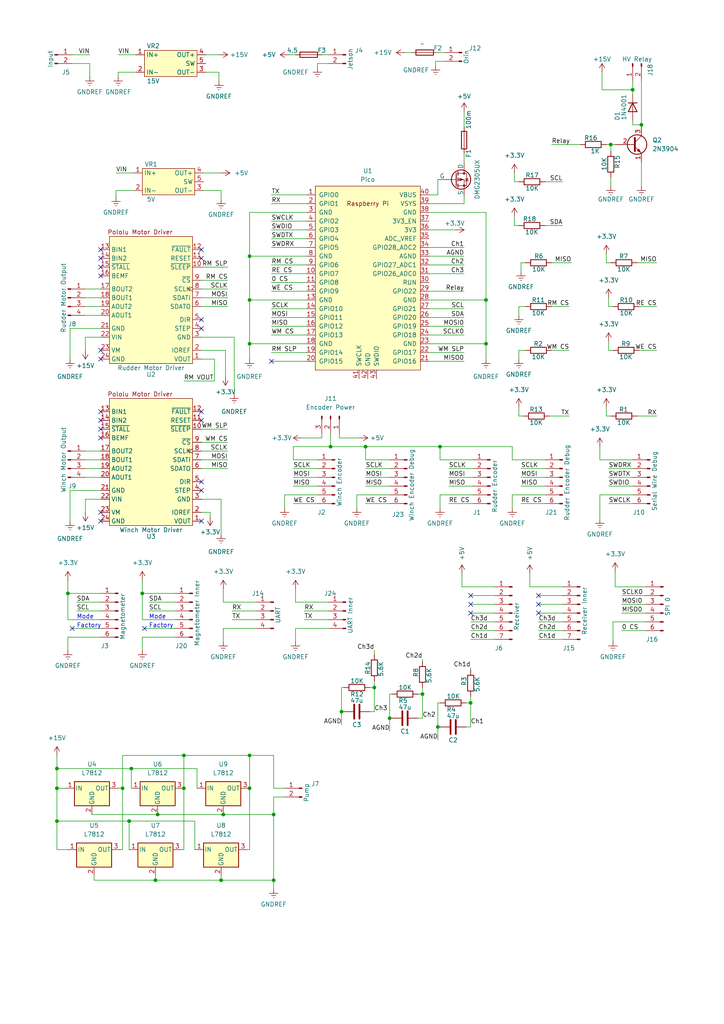
<source format=kicad_sch>
(kicad_sch (version 20230121) (generator eeschema)
  (paper "A4" portrait)
  (title_block (title "Squircuit") (date "2024-09-01") (rev "v0.1") (company "SailBot # VT") (comment 1 "Elias Sharonov, Chris Nassif, Heesang Han"))
  (junction (at 72.39 74.295))
  (junction (at 79.375 255.27))
  (junction (at 177.165 41.91))
  (junction (at 136.525 203.835))
  (junction (at 45.72 236.22))
  (junction (at 72.39 228.6))
  (junction (at 140.97 86.995))
  (junction (at 19.685 172.085))
  (junction (at 95.885 129.54))
  (junction (at 45.085 255.27))
  (junction (at 72.39 99.695))
  (junction (at 106.045 129.54))
  (junction (at 79.375 236.22))
  (junction (at 72.39 86.995))
  (junction (at 140.97 99.695))
  (junction (at 72.39 219.075))
  (junction (at 16.51 222.885))
  (junction (at 64.135 255.27))
  (junction (at 127.635 129.54))
  (junction (at 64.77 236.22))
  (junction (at 183.515 26.035))
  (junction (at 35.56 228.6))
  (junction (at 108.585 199.39))
  (junction (at 113.03 208.28))
  (junction (at 122.555 201.295))
  (junction (at 41.275 172.085))
  (junction (at 16.51 228.6))
  (junction (at 37.465 238.125))
  (junction (at 186.055 36.195))
  (junction (at 53.34 219.075))
  (junction (at 38.1 222.885))
  (junction (at 99.06 206.375))
  (junction (at 16.51 238.125))
  (junction (at 127 210.82))
  (junction (at 53.34 228.6))
  (no_connect (at 58.42 74.93))
  (no_connect (at 29.21 148.59))
  (no_connect (at 58.42 139.7))
  (no_connect (at 58.42 119.38))
  (no_connect (at 136.525 172.72))
  (no_connect (at 29.21 151.13))
  (no_connect (at 58.42 121.92))
  (no_connect (at 29.21 121.92))
  (no_connect (at 29.21 72.39))
  (no_connect (at 58.42 92.71))
  (no_connect (at 29.21 127))
  (no_connect (at 58.42 95.25))
  (no_connect (at 136.525 175.26))
  (no_connect (at 136.525 177.8))
  (no_connect (at 29.21 119.38))
  (no_connect (at 156.21 172.72))
  (no_connect (at 156.21 177.8))
  (no_connect (at 29.21 101.6))
  (no_connect (at 156.21 175.26))
  (no_connect (at 29.21 124.46))
  (no_connect (at 20.955 182.245))
  (no_connect (at 29.21 104.14))
  (no_connect (at 29.21 74.93))
  (no_connect (at 29.21 77.47))
  (no_connect (at 58.42 151.13))
  (no_connect (at 41.91 182.245))
  (no_connect (at 78.74 104.775))
  (no_connect (at 58.42 142.24))
  (no_connect (at 29.21 80.01))
  (no_connect (at 58.42 72.39))
  (wire (pts (xy 156.21 180.34) (xy 163.195 180.34)))
  (wire (pts (xy 64.135 144.78) (xy 64.135 154.94)))
  (wire (pts (xy 127 203.835) (xy 127 210.82)))
  (wire (pts (xy 19.685 184.785) (xy 29.21 184.785)))
  (wire (pts (xy 35.56 228.6) (xy 35.56 219.075)))
  (wire (pts (xy 78.74 94.615) (xy 88.9 94.615)))
  (wire (pts (xy 95.885 129.54) (xy 106.045 129.54)))
  (wire (pts (xy 64.77 236.22) (xy 79.375 236.22)))
  (wire (pts (xy 78.74 89.535) (xy 88.9 89.535)))
  (wire (pts (xy 174.625 26.035) (xy 174.625 20.955)))
  (wire (pts (xy 180.34 182.88) (xy 187.325 182.88)))
  (wire (pts (xy 99.06 210.185) (xy 99.06 206.375)))
  (wire (pts (xy 150.495 118.11) (xy 150.495 120.65)))
  (wire (pts (xy 130.175 146.05) (xy 137.16 146.05)))
  (wire (pts (xy 108.585 199.39) (xy 108.585 206.375)))
  (wire (pts (xy 58.42 81.28) (xy 66.04 81.28)))
  (wire (pts (xy 88.9 61.595) (xy 72.39 61.595)))
  (wire (pts (xy 127.635 129.54) (xy 127.635 133.35)))
  (wire (pts (xy 106.045 135.89) (xy 113.03 135.89)))
  (wire (pts (xy 24.765 130.81) (xy 29.21 130.81)))
  (wire (pts (xy 176.53 99.06) (xy 176.53 101.6)))
  (wire (pts (xy 34.29 20.955) (xy 39.37 20.955)))
  (wire (pts (xy 72.39 219.075) (xy 79.375 219.075)))
  (wire (pts (xy 60.96 149.86) (xy 60.96 148.59)))
  (wire (pts (xy 176.53 138.43) (xy 183.515 138.43)))
  (wire (pts (xy 95.25 15.875) (xy 93.345 15.875)))
  (wire (pts (xy 150.495 104.14) (xy 150.495 101.6)))
  (wire (pts (xy 35.56 246.38) (xy 34.925 246.38)))
  (wire (pts (xy 38.735 50.165) (xy 33.655 50.165)))
  (wire (pts (xy 62.23 110.49) (xy 53.34 110.49)))
  (wire (pts (xy 72.39 99.695) (xy 72.39 86.995)))
  (wire (pts (xy 136.525 175.26) (xy 143.51 175.26)))
  (wire (pts (xy 153.67 170.18) (xy 163.195 170.18)))
  (wire (pts (xy 41.275 179.705) (xy 50.8 179.705)))
  (wire (pts (xy 22.225 174.625) (xy 29.21 174.625)))
  (wire (pts (xy 43.18 174.625) (xy 50.8 174.625)))
  (wire (pts (xy 57.15 222.885) (xy 57.15 228.6)))
  (wire (pts (xy 66.04 88.9) (xy 58.42 88.9)))
  (wire (pts (xy 72.39 99.695) (xy 72.39 104.14)))
  (wire (pts (xy 124.46 74.295) (xy 134.62 74.295)))
  (wire (pts (xy 156.21 172.72) (xy 163.195 172.72)))
  (wire (pts (xy 103.505 147.32) (xy 103.505 143.51)))
  (wire (pts (xy 160.02 76.2) (xy 165.735 76.2)))
  (wire (pts (xy 64.135 55.245) (xy 59.055 55.245)))
  (wire (pts (xy 85.09 129.54) (xy 85.09 133.35)))
  (wire (pts (xy 106.045 138.43) (xy 113.03 138.43)))
  (wire (pts (xy 26.035 15.875) (xy 20.955 15.875)))
  (wire (pts (xy 124.46 104.775) (xy 134.62 104.775)))
  (wire (pts (xy 67.945 97.79) (xy 58.42 97.79)))
  (wire (pts (xy 64.77 186.055) (xy 64.77 182.245)))
  (wire (pts (xy 45.085 255.27) (xy 64.135 255.27)))
  (wire (pts (xy 24.765 86.36) (xy 29.21 86.36)))
  (wire (pts (xy 41.275 188.595) (xy 41.275 184.785)))
  (wire (pts (xy 124.46 79.375) (xy 134.62 79.375)))
  (wire (pts (xy 177.8 180.34) (xy 187.325 180.34)))
  (wire (pts (xy 33.655 55.245) (xy 38.735 55.245)))
  (wire (pts (xy 150.495 101.6) (xy 152.4 101.6)))
  (wire (pts (xy 53.34 219.075) (xy 53.34 228.6)))
  (wire (pts (xy 82.55 231.14) (xy 79.375 231.14)))
  (wire (pts (xy 149.225 65.405) (xy 150.495 65.405)))
  (wire (pts (xy 151.13 76.2) (xy 152.4 76.2)))
  (wire (pts (xy 124.46 71.755) (xy 134.62 71.755)))
  (wire (pts (xy 98.425 127) (xy 104.14 127)))
  (wire (pts (xy 78.74 66.675) (xy 88.9 66.675)))
  (wire (pts (xy 99.06 199.39) (xy 99.06 206.375)))
  (wire (pts (xy 37.465 238.125) (xy 56.515 238.125)))
  (wire (pts (xy 134.62 59.055) (xy 124.46 59.055)))
  (wire (pts (xy 136.525 182.88) (xy 143.51 182.88)))
  (wire (pts (xy 16.51 246.38) (xy 19.685 246.38)))
  (wire (pts (xy 24.765 138.43) (xy 29.21 138.43)))
  (wire (pts (xy 175.895 118.11) (xy 175.895 120.65)))
  (wire (pts (xy 98.425 125.73) (xy 98.425 127)))
  (wire (pts (xy 16.51 219.075) (xy 16.51 222.885)))
  (wire (pts (xy 183.515 36.195) (xy 183.515 34.925)))
  (wire (pts (xy 134.62 32.385) (xy 134.62 36.83)))
  (wire (pts (xy 24.765 135.89) (xy 29.21 135.89)))
  (wire (pts (xy 66.04 130.81) (xy 58.42 130.81)))
  (wire (pts (xy 151.13 138.43) (xy 158.115 138.43)))
  (wire (pts (xy 130.175 140.97) (xy 137.16 140.97)))
  (wire (pts (xy 140.97 86.995) (xy 140.97 99.695)))
  (wire (pts (xy 106.045 129.54) (xy 106.045 133.35)))
  (wire (pts (xy 127 210.82) (xy 127.635 210.82)))
  (wire (pts (xy 134.62 44.45) (xy 134.62 46.99)))
  (wire (pts (xy 66.04 135.89) (xy 58.42 135.89)))
  (wire (pts (xy 79.375 231.14) (xy 79.375 236.22)))
  (wire (pts (xy 124.46 97.155) (xy 134.62 97.155)))
  (wire (pts (xy 72.39 228.6) (xy 72.39 219.075)))
  (wire (pts (xy 78.74 81.915) (xy 88.9 81.915)))
  (wire (pts (xy 79.375 236.22) (xy 79.375 255.27)))
  (wire (pts (xy 149.225 52.705) (xy 150.495 52.705)))
  (wire (pts (xy 41.275 168.275) (xy 41.275 172.085)))
  (wire (pts (xy 85.725 174.625) (xy 95.25 174.625)))
  (wire (pts (xy 127.635 143.51) (xy 137.16 143.51)))
  (wire (pts (xy 78.74 84.455) (xy 88.9 84.455)))
  (wire (pts (xy 136.525 210.82) (xy 135.255 210.82)))
  (wire (pts (xy 85.09 146.05) (xy 92.075 146.05)))
  (wire (pts (xy 148.59 129.54) (xy 148.59 133.35)))
  (wire (pts (xy 16.51 228.6) (xy 16.51 238.125)))
  (wire (pts (xy 177.165 41.91) (xy 177.165 43.815)))
  (wire (pts (xy 34.29 22.225) (xy 34.29 20.955)))
  (wire (pts (xy 85.09 129.54) (xy 95.885 129.54)))
  (wire (pts (xy 122.555 208.28) (xy 121.285 208.28)))
  (wire (pts (xy 178.435 165.735) (xy 178.435 170.18)))
  (wire (pts (xy 78.74 79.375) (xy 88.9 79.375)))
  (wire (pts (xy 124.46 66.675) (xy 132.08 66.675)))
  (wire (pts (xy 64.135 254) (xy 64.135 255.27)))
  (wire (pts (xy 65.405 101.6) (xy 65.405 109.22)))
  (wire (pts (xy 124.46 99.695) (xy 140.97 99.695)))
  (wire (pts (xy 24.765 97.79) (xy 29.21 97.79)))
  (wire (pts (xy 79.375 228.6) (xy 82.55 228.6)))
  (wire (pts (xy 24.765 88.9) (xy 29.21 88.9)))
  (wire (pts (xy 99.06 206.375) (xy 99.695 206.375)))
  (wire (pts (xy 16.51 238.125) (xy 16.51 246.38)))
  (wire (pts (xy 92.075 18.415) (xy 95.25 18.415)))
  (wire (pts (xy 122.555 201.295) (xy 122.555 208.28)))
  (wire (pts (xy 175.895 120.65) (xy 177.165 120.65)))
  (wire (pts (xy 60.96 148.59) (xy 58.42 148.59)))
  (wire (pts (xy 24.765 101.6) (xy 24.765 97.79)))
  (wire (pts (xy 88.9 74.295) (xy 72.39 74.295)))
  (wire (pts (xy 58.42 77.47) (xy 66.04 77.47)))
  (wire (pts (xy 78.74 69.215) (xy 88.9 69.215)))
  (wire (pts (xy 56.515 238.125) (xy 56.515 246.38)))
  (wire (pts (xy 72.39 74.295) (xy 72.39 61.595)))
  (wire (pts (xy 88.265 177.165) (xy 95.25 177.165)))
  (wire (pts (xy 66.04 83.82) (xy 58.42 83.82)))
  (wire (pts (xy 190.5 101.6) (xy 185.42 101.6)))
  (wire (pts (xy 24.765 133.35) (xy 29.21 133.35)))
  (wire (pts (xy 127.635 147.32) (xy 127.635 143.51)))
  (wire (pts (xy 108.585 206.375) (xy 107.315 206.375)))
  (wire (pts (xy 126.365 19.05) (xy 126.365 17.78)))
  (wire (pts (xy 173.99 133.35) (xy 183.515 133.35)))
  (wire (pts (xy 150.495 88.9) (xy 152.4 88.9)))
  (wire (pts (xy 165.1 88.9) (xy 160.02 88.9)))
  (wire (pts (xy 27.305 254) (xy 27.305 255.27)))
  (wire (pts (xy 53.34 228.6) (xy 53.34 246.38)))
  (wire (pts (xy 184.785 76.2) (xy 190.5 76.2)))
  (wire (pts (xy 106.045 140.97) (xy 113.03 140.97)))
  (wire (pts (xy 108.585 197.485) (xy 108.585 199.39)))
  (wire (pts (xy 156.21 185.42) (xy 163.195 185.42)))
  (wire (pts (xy 19.685 188.595) (xy 19.685 184.785)))
  (wire (pts (xy 151.13 78.74) (xy 151.13 76.2)))
  (wire (pts (xy 19.685 168.275) (xy 19.685 172.085)))
  (wire (pts (xy 78.74 102.235) (xy 88.9 102.235)))
  (wire (pts (xy 186.055 23.495) (xy 186.055 36.195)))
  (wire (pts (xy 173.99 143.51) (xy 183.515 143.51)))
  (wire (pts (xy 64.135 50.165) (xy 59.055 50.165)))
  (wire (pts (xy 22.225 177.165) (xy 29.21 177.165)))
  (wire (pts (xy 63.5 15.875) (xy 59.69 15.875)))
  (wire (pts (xy 130.175 135.89) (xy 137.16 135.89)))
  (wire (pts (xy 148.59 133.35) (xy 158.115 133.35)))
  (wire (pts (xy 127 203.835) (xy 127.635 203.835)))
  (wire (pts (xy 113.03 201.295) (xy 113.03 208.28)))
  (wire (pts (xy 24.765 144.78) (xy 29.21 144.78)))
  (wire (pts (xy 78.74 71.755) (xy 88.9 71.755)))
  (wire (pts (xy 184.785 120.65) (xy 190.5 120.65)))
  (wire (pts (xy 20.32 95.25) (xy 29.21 95.25)))
  (wire (pts (xy 124.46 61.595) (xy 140.97 61.595)))
  (wire (pts (xy 27.305 255.27) (xy 45.085 255.27)))
  (wire (pts (xy 103.505 143.51) (xy 113.03 143.51)))
  (wire (pts (xy 178.435 170.18) (xy 187.325 170.18)))
  (wire (pts (xy 24.765 83.82) (xy 29.21 83.82)))
  (wire (pts (xy 153.67 166.37) (xy 153.67 170.18)))
  (wire (pts (xy 113.03 201.295) (xy 113.665 201.295)))
  (wire (pts (xy 160.02 41.91) (xy 168.275 41.91)))
  (wire (pts (xy 58.42 128.27) (xy 66.04 128.27)))
  (wire (pts (xy 113.03 208.28) (xy 113.665 208.28)))
  (wire (pts (xy 95.885 125.73) (xy 95.885 129.54)))
  (wire (pts (xy 159.385 120.65) (xy 165.1 120.65)))
  (wire (pts (xy 136.525 177.8) (xy 143.51 177.8)))
  (wire (pts (xy 63.5 20.955) (xy 59.69 20.955)))
  (wire (pts (xy 151.13 135.89) (xy 158.115 135.89)))
  (wire (pts (xy 79.375 219.075) (xy 79.375 228.6)))
  (wire (pts (xy 19.685 179.705) (xy 19.685 172.085)))
  (wire (pts (xy 62.23 110.49) (xy 62.23 104.14)))
  (wire (pts (xy 177.165 41.91) (xy 175.895 41.91)))
  (wire (pts (xy 72.39 246.38) (xy 71.755 246.38)))
  (wire (pts (xy 180.34 175.26) (xy 187.325 175.26)))
  (wire (pts (xy 122.555 191.77) (xy 122.555 191.135)))
  (wire (pts (xy 127.635 129.54) (xy 148.59 129.54)))
  (wire (pts (xy 128.905 15.24) (xy 127 15.24)))
  (wire (pts (xy 58.42 124.46) (xy 66.04 124.46)))
  (wire (pts (xy 175.895 73.66) (xy 175.895 76.2)))
  (wire (pts (xy 149.225 62.865) (xy 149.225 65.405)))
  (wire (pts (xy 16.51 228.6) (xy 19.05 228.6)))
  (wire (pts (xy 183.515 27.305) (xy 183.515 26.035)))
  (wire (pts (xy 85.09 138.43) (xy 92.075 138.43)))
  (wire (pts (xy 133.985 170.18) (xy 143.51 170.18)))
  (wire (pts (xy 151.13 146.05) (xy 158.115 146.05)))
  (wire (pts (xy 177.8 186.055) (xy 177.8 180.34)))
  (wire (pts (xy 93.345 127) (xy 87.63 127)))
  (wire (pts (xy 24.765 148.59) (xy 24.765 144.78)))
  (wire (pts (xy 107.315 199.39) (xy 108.585 199.39)))
  (wire (pts (xy 58.42 144.78) (xy 64.135 144.78)))
  (wire (pts (xy 176.53 135.89) (xy 183.515 135.89)))
  (wire (pts (xy 148.59 143.51) (xy 158.115 143.51)))
  (wire (pts (xy 124.46 84.455) (xy 134.62 84.455)))
  (wire (pts (xy 150.495 91.44) (xy 150.495 88.9)))
  (wire (pts (xy 34.29 15.875) (xy 39.37 15.875)))
  (wire (pts (xy 148.59 147.32) (xy 148.59 143.51)))
  (wire (pts (xy 165.1 101.6) (xy 160.02 101.6)))
  (wire (pts (xy 135.255 203.835) (xy 136.525 203.835)))
  (wire (pts (xy 66.04 86.36) (xy 58.42 86.36)))
  (wire (pts (xy 45.72 236.22) (xy 64.77 236.22)))
  (wire (pts (xy 37.465 238.125) (xy 37.465 246.38)))
  (wire (pts (xy 177.165 41.91) (xy 178.435 41.91)))
  (wire (pts (xy 85.09 140.97) (xy 92.075 140.97)))
  (wire (pts (xy 16.51 238.125) (xy 37.465 238.125)))
  (wire (pts (xy 136.525 203.835) (xy 136.525 210.82)))
  (wire (pts (xy 38.1 228.6) (xy 38.1 222.885)))
  (wire (pts (xy 82.55 143.51) (xy 92.075 143.51)))
  (wire (pts (xy 26.035 22.225) (xy 26.035 18.415)))
  (wire (pts (xy 78.74 92.075) (xy 88.9 92.075)))
  (wire (pts (xy 78.74 76.835) (xy 88.9 76.835)))
  (wire (pts (xy 53.34 246.38) (xy 52.705 246.38)))
  (wire (pts (xy 151.13 140.97) (xy 158.115 140.97)))
  (wire (pts (xy 127 52.07) (xy 127 56.515)))
  (wire (pts (xy 72.39 86.995) (xy 72.39 74.295)))
  (wire (pts (xy 156.21 177.8) (xy 163.195 177.8)))
  (wire (pts (xy 126.365 17.78) (xy 128.905 17.78)))
  (wire (pts (xy 19.685 179.705) (xy 29.21 179.705)))
  (wire (pts (xy 66.04 133.35) (xy 58.42 133.35)))
  (wire (pts (xy 65.405 101.6) (xy 58.42 101.6)))
  (wire (pts (xy 20.32 95.25) (xy 20.32 104.14)))
  (wire (pts (xy 67.945 97.79) (xy 67.945 114.3)))
  (wire (pts (xy 190.5 88.9) (xy 185.42 88.9)))
  (wire (pts (xy 20.32 142.24) (xy 29.21 142.24)))
  (wire (pts (xy 134.62 94.615) (xy 124.46 94.615)))
  (wire (pts (xy 130.175 138.43) (xy 137.16 138.43)))
  (wire (pts (xy 85.725 15.875) (xy 83.82 15.875)))
  (wire (pts (xy 64.77 170.815) (xy 64.77 174.625)))
  (wire (pts (xy 149.225 50.165) (xy 149.225 52.705)))
  (wire (pts (xy 140.97 99.695) (xy 140.97 104.14)))
  (wire (pts (xy 67.31 177.165) (xy 74.295 177.165)))
  (wire (pts (xy 41.275 172.085) (xy 50.8 172.085)))
  (wire (pts (xy 72.39 246.38) (xy 72.39 228.6)))
  (wire (pts (xy 186.055 36.195) (xy 186.055 36.83)))
  (wire (pts (xy 121.285 201.295) (xy 122.555 201.295)))
  (wire (pts (xy 33.655 57.15) (xy 33.655 55.245)))
  (wire (pts (xy 106.045 146.05) (xy 113.03 146.05)))
  (wire (pts (xy 177.165 51.435) (xy 177.165 53.975)))
  (wire (pts (xy 183.515 26.035) (xy 183.515 23.495)))
  (wire (pts (xy 41.275 179.705) (xy 41.275 172.085)))
  (wire (pts (xy 122.555 199.39) (xy 122.555 201.295)))
  (wire (pts (xy 134.62 89.535) (xy 124.46 89.535)))
  (wire (pts (xy 124.46 102.235) (xy 134.62 102.235)))
  (wire (pts (xy 34.29 228.6) (xy 35.56 228.6)))
  (wire (pts (xy 150.495 120.65) (xy 151.765 120.65)))
  (wire (pts (xy 92.075 19.685) (xy 92.075 18.415)))
  (wire (pts (xy 108.585 189.865) (xy 108.585 188.595)))
  (wire (pts (xy 99.06 199.39) (xy 99.695 199.39)))
  (wire (pts (xy 20.955 182.245) (xy 29.21 182.245)))
  (wire (pts (xy 95.25 179.705) (xy 88.265 179.705)))
  (wire (pts (xy 176.53 146.05) (xy 183.515 146.05)))
  (wire (pts (xy 78.74 59.055) (xy 88.9 59.055)))
  (wire (pts (xy 106.045 133.35) (xy 113.03 133.35)))
  (wire (pts (xy 53.34 219.075) (xy 72.39 219.075)))
  (wire (pts (xy 106.045 129.54) (xy 127.635 129.54)))
  (wire (pts (xy 41.275 184.785) (xy 50.8 184.785)))
  (wire (pts (xy 176.53 86.36) (xy 176.53 88.9)))
  (wire (pts (xy 85.725 186.055) (xy 85.725 182.245)))
  (wire (pts (xy 163.195 65.405) (xy 158.115 65.405)))
  (wire (pts (xy 63.5 23.495) (xy 63.5 20.955)))
  (wire (pts (xy 38.1 222.885) (xy 57.15 222.885)))
  (wire (pts (xy 173.99 143.51) (xy 173.99 150.495)))
  (wire (pts (xy 85.09 135.89) (xy 92.075 135.89)))
  (wire (pts (xy 64.135 57.785) (xy 64.135 55.245)))
  (wire (pts (xy 136.525 201.93) (xy 136.525 203.835)))
  (wire (pts (xy 156.21 182.88) (xy 163.195 182.88)))
  (wire (pts (xy 93.345 125.73) (xy 93.345 127)))
  (wire (pts (xy 186.055 46.99) (xy 186.055 53.975)))
  (wire (pts (xy 174.625 26.035) (xy 183.515 26.035)))
  (wire (pts (xy 88.9 99.695) (xy 72.39 99.695)))
  (wire (pts (xy 176.53 140.97) (xy 183.515 140.97)))
  (wire (pts (xy 180.34 172.72) (xy 187.325 172.72)))
  (wire (pts (xy 43.18 177.165) (xy 50.8 177.165)))
  (wire (pts (xy 35.56 246.38) (xy 35.56 228.6)))
  (wire (pts (xy 136.525 172.72) (xy 143.51 172.72)))
  (wire (pts (xy 119.38 15.24) (xy 117.475 15.24)))
  (wire (pts (xy 78.74 56.515) (xy 88.9 56.515)))
  (wire (pts (xy 78.74 104.775) (xy 88.9 104.775)))
  (wire (pts (xy 134.62 57.15) (xy 134.62 59.055)))
  (wire (pts (xy 74.295 179.705) (xy 67.31 179.705)))
  (wire (pts (xy 127.635 133.35) (xy 137.16 133.35)))
  (wire (pts (xy 26.035 18.415) (xy 20.955 18.415)))
  (wire (pts (xy 64.135 255.27) (xy 79.375 255.27)))
  (wire (pts (xy 85.725 170.815) (xy 85.725 174.625)))
  (wire (pts (xy 26.67 236.22) (xy 45.72 236.22)))
  (wire (pts (xy 72.39 86.995) (xy 88.9 86.995)))
  (wire (pts (xy 180.34 177.8) (xy 187.325 177.8)))
  (wire (pts (xy 127 210.82) (xy 127 214.63)))
  (wire (pts (xy 113.03 208.28) (xy 113.03 212.09)))
  (wire (pts (xy 124.46 76.835) (xy 134.62 76.835)))
  (wire (pts (xy 133.985 166.37) (xy 133.985 170.18)))
  (wire (pts (xy 136.525 180.34) (xy 143.51 180.34)))
  (wire (pts (xy 24.765 91.44) (xy 29.21 91.44)))
  (wire (pts (xy 85.725 182.245) (xy 95.25 182.245)))
  (wire (pts (xy 140.97 61.595) (xy 140.97 86.995)))
  (wire (pts (xy 35.56 219.075) (xy 53.34 219.075)))
  (wire (pts (xy 16.51 222.885) (xy 16.51 228.6)))
  (wire (pts (xy 78.74 64.135) (xy 88.9 64.135)))
  (wire (pts (xy 136.525 194.31) (xy 136.525 193.675)))
  (wire (pts (xy 156.21 175.26) (xy 163.195 175.26)))
  (wire (pts (xy 82.55 147.32) (xy 82.55 143.51)))
  (wire (pts (xy 64.77 182.245) (xy 74.295 182.245)))
  (wire (pts (xy 134.62 92.075) (xy 124.46 92.075)))
  (wire (pts (xy 64.77 174.625) (xy 74.295 174.625)))
  (wire (pts (xy 20.32 142.24) (xy 20.32 151.13)))
  (wire (pts (xy 176.53 101.6) (xy 177.8 101.6)))
  (wire (pts (xy 183.515 36.195) (xy 186.055 36.195)))
  (wire (pts (xy 136.525 185.42) (xy 143.51 185.42)))
  (wire (pts (xy 45.085 254) (xy 45.085 255.27)))
  (wire (pts (xy 79.375 255.27) (xy 79.375 257.81)))
  (wire (pts (xy 78.74 97.155) (xy 88.9 97.155)))
  (wire (pts (xy 124.46 86.995) (xy 140.97 86.995)))
  (wire (pts (xy 127 56.515) (xy 124.46 56.515)))
  (wire (pts (xy 175.895 76.2) (xy 177.165 76.2)))
  (wire (pts (xy 163.195 52.705) (xy 158.115 52.705)))
  (wire (pts (xy 176.53 88.9) (xy 177.8 88.9)))
  (wire (pts (xy 173.99 129.54) (xy 173.99 133.35)))
  (wire (pts (xy 62.23 104.14) (xy 58.42 104.14)))
  (wire (pts (xy 19.685 172.085) (xy 29.21 172.085)))
  (wire (pts (xy 50.8 182.245) (xy 41.91 182.245)))
  (wire (pts (xy 38.1 222.885) (xy 16.51 222.885)))
  (wire (pts (xy 85.09 133.35) (xy 92.075 133.35)))
  (text "Mode" (at 43.18 179.705 0) (effects (font (size 1.27 1.27)) (justify left bottom)))
  (text "Factory" (at 43.18 182.245 0) (effects (font (size 1.27 1.27)) (justify left bottom)))
  (text "Factory" (at 22.225 182.245 0) (effects (font (size 1.27 1.27)) (justify left bottom)))
  (text "Mode" (at 22.225 179.705 0) (effects (font (size 1.27 1.27)) (justify left bottom)))
  (label "Ch2d" (at 156.21 182.88 0))
  (label "VIN" (at 26.035 15.875 180))
  (label "SDA" (at 22.225 174.625 0))
  (label "RМ SLP" (at 66.04 77.47 180))
  (label "MOSI0" (at 180.34 175.26 0))
  (label "WE CS" (at 85.09 146.05 0))
  (label "AGND" (at 99.06 210.185 180))
  (label "SWDIO" (at 176.53 140.97 0))
  (label "RМ SLP" (at 78.74 102.235 0))
  (label "Ch2d" (at 122.555 191.135 180))
  (label "MOSI" (at 66.04 86.36 180))
  (label "SDA" (at 134.62 92.075 180))
  (label "TX" (at 78.74 56.515 0))
  (label "SCL" (at 134.62 89.535 180))
  (label "RM VOUT" (at 53.34 110.49 0))
  (label "Ch1d" (at 136.525 193.675 180))
  (label "RX" (at 190.5 120.65 180))
  (label "MISO" (at 130.175 140.97 0))
  (label "SWCLK" (at 176.53 146.05 0))
  (label "MISO0" (at 134.62 104.775 180))
  (label "Relay" (at 134.62 84.455 180))
  (label "Ch1" (at 136.525 210.185 0))
  (label "WE CS" (at 190.5 101.6 180))
  (label "Ch3d" (at 108.585 188.595 180))
  (label "Ch3d" (at 156.21 180.34 0))
  (label "RX" (at 78.74 59.055 0))
  (label "Relay" (at 160.02 41.91 0))
  (label "SCLK" (at 85.09 135.89 0))
  (label "MISO0" (at 180.34 177.8 0))
  (label "SWDRX" (at 176.53 135.89 0))
  (label "Ch2" (at 122.555 208.28 0))
  (label "TX" (at 165.1 120.65 180))
  (label "VIN" (at 33.655 50.165 0))
  (label "MISO" (at 106.045 140.97 0))
  (label "MOSI" (at 85.09 138.43 0))
  (label "SCLK" (at 78.74 89.535 0))
  (label "MOSI0" (at 134.62 94.615 180))
  (label "WM CS" (at 66.04 128.27 180))
  (label "RM CS" (at 66.04 81.28 180))
  (label "SWDRX" (at 78.74 71.755 0))
  (label "MOSI" (at 78.74 92.075 0))
  (label "Ch1d" (at 136.525 185.42 0))
  (label "MOSI" (at 130.175 138.43 0))
  (label "MOSI" (at 106.045 138.43 0))
  (label "TX" (at 67.31 179.705 0))
  (label "MISO" (at 66.04 135.89 180))
  (label "Ch1d" (at 156.21 185.42 0))
  (label "0 CS" (at 180.34 182.88 0))
  (label "RM CS" (at 165.1 88.9 180))
  (label "SWDTX" (at 176.53 138.43 0))
  (label "TX" (at 88.265 179.705 0))
  (label "SCL" (at 43.18 177.165 0))
  (label "SDA" (at 43.18 174.625 0))
  (label "Ch3" (at 108.585 206.375 0))
  (label "SWDTX" (at 78.74 69.215 0))
  (label "SCLK" (at 151.13 135.89 0))
  (label "SWDIO" (at 78.74 66.675 0))
  (label "RM CS" (at 78.74 76.835 0))
  (label "WE CS" (at 106.045 146.05 0))
  (label "MISO" (at 85.09 140.97 0))
  (label "RX" (at 88.265 177.165 0))
  (label "SCLK" (at 66.04 130.81 180))
  (label "MISO" (at 165.735 76.2 180))
  (label "SCL" (at 163.195 52.705 180))
  (label "SCLK0" (at 134.62 97.155 180))
  (label "MISO" (at 66.04 88.9 180))
  (label "0 CS" (at 78.74 81.915 0))
  (label "SCLK" (at 130.175 135.89 0))
  (label "MOSI" (at 66.04 133.35 180))
  (label "WE CS" (at 78.74 84.455 0))
  (label "RX" (at 67.31 177.165 0))
  (label "AGND" (at 113.03 212.09 180))
  (label "RE CS" (at 190.5 88.9 180))
  (label "SWCLK" (at 78.74 64.135 0))
  (label "VIN" (at 34.29 15.875 0))
  (label "Ch2" (at 134.62 76.835 180))
  (label "WM CS" (at 78.74 97.155 0))
  (label "AGND" (at 134.62 74.295 180))
  (label "Ch3" (at 134.62 79.375 180))
  (label "MISO" (at 190.5 76.2 180))
  (label "Ch2d" (at 136.525 182.88 0))
  (label "SCL" (at 22.225 177.165 0))
  (label "WM SLP" (at 66.04 124.46 180))
  (label "SDA" (at 163.195 65.405 180))
  (label "Ch3d" (at 136.525 180.34 0))
  (label "SCLK" (at 106.045 135.89 0))
  (label "MOSI" (at 151.13 138.43 0))
  (label "AGND" (at 127 214.63 180))
  (label "RE CS" (at 78.74 79.375 0))
  (label "WM CS" (at 165.1 101.6 180))
  (label "RE CS" (at 151.13 146.05 0))
  (label "SCLK0" (at 180.34 172.72 0))
  (label "WM SLP" (at 134.62 102.235 180))
  (label "Ch1" (at 134.62 71.755 180))
  (label "MISO" (at 151.13 140.97 0))
  (label "MISO" (at 78.74 94.615 0))
  (label "SCLK" (at 66.04 83.82 180))
  (label "RE CS" (at 130.175 146.05 0))
  (symbol (lib_id "Connector:Conn_01x06_Pin") (at 118.11 138.43 0) (mirror y) (unit 1)
    (property "Reference" "J23" (at 113.665 149.225 0) (effects (justify right)))
    (property "Value" "Winch Encoder Debug" (at 119.38 130.175 90) (effects (justify right)))
    (property "Footprint" "Connector_PinHeader_2.54mm:PinHeader_1x06_P2.54mm_Vertical" (effects hide))
  )
  (symbol (lib_id "PCM_SL_Devices:Resistor") (at 122.555 195.58 90) (unit 1)
    (property "Reference" "R8" (at 120.65 193.675 0) (effects (justify right)))
    (property "Value" "5.6K" (at 124.46 193.675 0) (effects (justify right)))
    (property "Footprint" "Resistor_THT:R_Axial_DIN0207_L6.3mm_D2.5mm_P10.16mm_Horizontal" (effects hide))
  )
  (symbol (lib_id "power:GNDREF") (at 72.39 104.14 0) (unit 1)
    (property "Reference" "#PWR02" (effects hide))
    (property "Value" "GNDREF" (at 72.39 109.22 0))
  )
  (symbol (lib_id "power:+15V") (at 117.475 15.24 90) (unit 1)
    (property "Reference" "#PWR018" (effects hide))
    (property "Value" "+15V" (at 113.665 15.24 90) (effects (justify left)))
  )
  (symbol (lib_id "Simulation_SPICE:PMOS") (at 132.08 52.07 0) (unit 1)
    (property "Reference" "Q1" (effects hide))
    (property "Value" "DMG2305UX" (at 138.43 52.07 90))
    (property "Footprint" "Package_TO_SOT_SMD:SOT-23" (effects hide))
    (property "Datasheet" "https://ngspice.sourceforge.io/docs/ngspice-manual.pdf" (effects hide))
    (property "Sim.Device" "PMOS" (effects hide))
    (property "Sim.Type" "VDMOS" (effects hide))
    (property "Sim.Pins" "1=D 3=G 2=S" (effects hide))
  )
  (symbol (lib_id "Connector:Conn_01x07_Pin") (at 148.59 177.8 0) (mirror y) (unit 1)
    (property "Reference" "J6" (at 143.51 187.96 0) (effects (justify right)))
    (property "Value" "Receiver" (at 149.86 174.625 90) (effects (justify right)))
    (property "Footprint" "Connector_JST:JST_EH_S7B-EH_1x07_P2.50mm_Horizontal" (effects hide))
  )
  (symbol (lib_id "power:GNDREF") (at 33.655 57.15 0) (unit 1)
    (property "Reference" "#PWR048" (effects hide))
    (property "Value" "GNDREF" (at 33.655 61.595 0))
  )
  (symbol (lib_id "Regulator_Linear:L7812") (at 64.135 246.38 0) (unit 1)
    (property "Reference" "U8" (at 64.135 239.395 0))
    (property "Value" "L7812" (at 64.135 241.935 0))
    (property "Footprint" "Package_TO_SOT_THT:TO-220-3_Vertical" (effects hide))
    (property "Datasheet" "http://www.st.com/content/ccc/resource/technical/document/datasheet/41/4f/b3/b0/12/d4/47/88/CD00000444.pdf/files/CD00000444.pdf/jcr:content/translations/en.CD00000444.pdf" (effects hide))
  )
  (symbol (lib_id "power:GNDREF") (at 126.365 19.05 0) (unit 1)
    (property "Reference" "#PWR046" (effects hide))
    (property "Value" "GNDREF" (at 124.46 20.32 0) (effects (justify right)))
  )
  (symbol (lib_id "PCM_Pico_Pi:Pico") (at 106.68 80.645 0) (unit 1)
    (property "Reference" "U1" (at 106.68 49.53 0))
    (property "Value" "Pico" (at 106.68 52.07 0))
    (property "Footprint" "MCU_RaspberryPi_and_Boards:RPi_Pico_SMD_TH" (effects hide))
  )
  (symbol (lib_id "Pololu_driver:md38a") (at 43.815 86.995 180) (unit 1)
    (property "Reference" "U2" (at 43.815 108.585 0))
    (property "Value" "Rudder Motor Driver" (at 43.815 106.68 0))
    (property "Footprint" "Pololu_driver:md38a" (effects hide))
  )
  (symbol (lib_id "Connector:Conn_01x06_Pin") (at 142.24 138.43 0) (mirror y) (unit 1)
    (property "Reference" "J1" (at 137.16 148.59 0) (effects (justify right)))
    (property "Value" "Rudder Encoder" (at 143.51 133.35 90) (effects (justify right)))
    (property "Footprint" "Connector_JST:JST_EH_S6B-EH_1x06_P2.50mm_Horizontal" (effects hide))
  )
  (symbol (lib_id "Connector:Conn_01x06_Pin") (at 192.405 175.26 0) (mirror y) (unit 1)
    (property "Reference" "J16" (at 187.325 185.42 0) (effects (justify right)))
    (property "Value" "SPI 0" (at 193.675 175.895 90))
    (property "Footprint" "Connector_PinHeader_2.54mm:PinHeader_1x06_P2.54mm_Vertical" (effects hide))
  )
  (symbol (lib_id "Connector:Conn_01x06_Pin") (at 34.29 177.165 0) (mirror y) (unit 1)
    (property "Reference" "J3" (at 29.21 187.325 0) (effects (justify right)))
    (property "Value" "Magnetometer" (at 35.56 172.085 90) (effects (justify right)))
    (property "Footprint" "Connector_JST:JST_EH_S6B-EH_1x06_P2.50mm_Horizontal" (effects hide))
  )
  (symbol (lib_id "power:+5V") (at 153.67 166.37 0) (unit 1)
    (property "Reference" "#PWR032" (effects hide))
    (property "Value" "+5V" (at 153.67 162.56 90) (effects (justify left)))
  )
  (symbol (lib_id "VoltageReg_SMAKN:VoltageReg_SMAKN") (at 49.53 18.415 0) (unit 1)
    (property "Reference" "VR2" (at 44.45 13.335 0))
    (property "Value" "15V" (at 44.45 23.495 0))
    (property "Footprint" "VoltageReg:VoltageReg_SMAKN" (effects hide))
  )
  (symbol (lib_id "power:GNDREF") (at 151.13 78.74 0) (unit 1)
    (property "Reference" "#PWR023" (effects hide))
    (property "Value" "GNDREF" (at 151.13 83.185 0))
  )
  (symbol (lib_id "power:+15V") (at 63.5 15.875 270) (unit 1)
    (property "Reference" "#PWR020" (effects hide))
    (property "Value" "+15V" (at 66.675 15.875 90) (effects (justify left)))
  )
  (symbol (lib_id "PCM_SL_Devices:Resistor") (at 177.165 47.625 270) (unit 1)
    (property "Reference" "R15" (at 179.07 48.895 0) (effects (justify right)))
    (property "Value" "10K" (at 175.26 49.53 0) (effects (justify right)))
    (property "Footprint" "Resistor_THT:R_Axial_DIN0207_L6.3mm_D2.5mm_P10.16mm_Horizontal" (effects hide))
  )
  (symbol (lib_id "PCM_SL_Devices:Resistor") (at 156.21 101.6 0) (unit 1)
    (property "Reference" "R2" (at 157.48 99.695 0) (effects (justify right)))
    (property "Value" "10K" (at 158.115 103.505 0) (effects (justify right)))
    (property "Footprint" "Resistor_THT:R_Axial_DIN0207_L6.3mm_D2.5mm_P10.16mm_Horizontal" (effects hide))
  )
  (symbol (lib_id "power:+15V") (at 24.765 101.6 180) (unit 1)
    (property "Reference" "#PWR071" (effects hide))
    (property "Value" "+15V" (at 24.765 106.045 0))
  )
  (symbol (lib_id "PCM_SL_Devices:Resistor") (at 180.975 76.2 0) (unit 1)
    (property "Reference" "R7" (at 182.245 74.295 0) (effects (justify right)))
    (property "Value" "10K" (at 182.88 78.105 0) (effects (justify right)))
    (property "Footprint" "Resistor_THT:R_Axial_DIN0207_L6.3mm_D2.5mm_P10.16mm_Horizontal" (effects hide))
  )
  (symbol (lib_id "power:+3.3V") (at 176.53 86.36 0) (unit 1)
    (property "Reference" "#PWR010" (effects hide))
    (property "Value" "+3.3V" (at 176.53 81.28 0))
  )
  (symbol (lib_id "power:+3.3V") (at 60.96 149.86 180) (unit 1)
    (property "Reference" "#PWR026" (effects hide))
    (property "Value" "+3.3V" (at 60.96 154.305 0))
  )
  (symbol (lib_id "PCM_SL_Devices:Resistor") (at 117.475 201.295 180) (unit 1)
    (property "Reference" "R5" (at 115.57 203.2 0) (effects (justify right)))
    (property "Value" "10K" (at 115.57 199.39 0) (effects (justify right)))
    (property "Footprint" "Resistor_THT:R_Axial_DIN0207_L6.3mm_D2.5mm_P10.16mm_Horizontal" (effects hide))
  )
  (symbol (lib_id "PCM_SL_Devices:Resistor") (at 154.305 65.405 0) (unit 1)
    (property "Reference" "R18" (at 155.575 63.5 0) (effects (justify right)))
    (property "Value" "10K" (at 156.21 67.31 0) (effects (justify right)))
    (property "Footprint" "Resistor_THT:R_Axial_DIN0207_L6.3mm_D2.5mm_P10.16mm_Horizontal" (effects hide))
  )
  (symbol (lib_id "PCM_SL_Devices:Resistor") (at 108.585 193.675 90) (unit 1)
    (property "Reference" "R14" (at 106.68 191.77 0) (effects (justify right)))
    (property "Value" "5.6K" (at 110.49 191.77 0) (effects (justify right)))
    (property "Footprint" "Resistor_THT:R_Axial_DIN0207_L6.3mm_D2.5mm_P10.16mm_Horizontal" (effects hide))
  )
  (symbol (lib_id "power:GNDREF") (at 150.495 104.14 0) (unit 1)
    (property "Reference" "#PWR014" (effects hide))
    (property "Value" "GNDREF" (at 150.495 108.585 0))
  )
  (symbol (lib_id "Device:Fuse") (at 123.19 15.24 270) (unit 1)
    (property "Reference" "F2" (at 125.73 13.97 90) (effects (justify left)))
    (property "Value" "~" (at 121.92 12.7 90) (effects (justify left)))
    (property "Footprint" "Fuse:Fuseholder_Cylinder-5x20mm_Stelvio-Kontek_PTF78_Horizontal_Open" (effects hide))
  )
  (symbol (lib_id "Pololu_driver:md38a") (at 43.815 133.985 180) (unit 1)
    (property "Reference" "U3" (at 43.815 155.575 0))
    (property "Value" "Winch Motor Driver" (at 43.815 153.67 0))
    (property "Footprint" "Pololu_driver:md38a" (effects hide))
  )
  (symbol (lib_id "power:+3.3V") (at 41.275 168.275 0) (unit 1)
    (property "Reference" "#PWR040" (effects hide))
    (property "Value" "+3.3V" (at 41.275 163.195 0))
  )
  (symbol (lib_id "power:GNDREF") (at 20.32 104.14 0) (unit 1)
    (property "Reference" "#PWR070" (effects hide))
    (property "Value" "GNDREF" (at 20.32 109.22 0))
  )
  (symbol (lib_id "power:+3.3V") (at 65.405 109.22 180) (unit 1)
    (property "Reference" "#PWR03" (effects hide))
    (property "Value" "+3.3V" (at 65.405 113.665 0))
  )
  (symbol (lib_id "PCM_SL_Devices:Resistor") (at 136.525 198.12 90) (unit 1)
    (property "Reference" "R3" (at 134.62 196.215 0) (effects (justify right)))
    (property "Value" "5.6K" (at 138.43 196.215 0) (effects (justify right)))
    (property "Footprint" "Resistor_THT:R_Axial_DIN0207_L6.3mm_D2.5mm_P10.16mm_Horizontal" (effects hide))
  )
  (symbol (lib_id "Device:Fuse") (at 89.535 15.875 270) (unit 1)
    (property "Reference" "F3" (at 92.075 14.605 90) (effects (justify left)))
    (property "Value" "4.5" (at 83.185 14.605 90) (effects (justify left)))
    (property "Footprint" "Fuse:Fuseholder_Cylinder-5x20mm_Stelvio-Kontek_PTF78_Horizontal_Open" (effects hide))
  )
  (symbol (lib_id "power:+3.3V") (at 87.63 127 90) (unit 1)
    (property "Reference" "#PWR05" (effects hide))
    (property "Value" "+3.3V" (at 78.74 127 90) (effects (justify right)))
  )
  (symbol (lib_id "power:+5V") (at 64.135 50.165 270) (unit 1)
    (property "Reference" "#PWR053" (effects hide))
    (property "Value" "+5V" (at 67.945 50.165 90) (effects (justify left)))
  )
  (symbol (lib_id "power:GNDREF") (at 177.165 53.975 0) (unit 1)
    (property "Reference" "#PWR015" (effects hide))
    (property "Value" "GNDREF" (at 180.975 57.785 0) (effects (justify right)))
  )
  (symbol (lib_id "Connector:Conn_01x04_Pin") (at 100.33 177.165 0) (mirror y) (unit 1)
    (property "Reference" "J24" (at 93.98 172.085 0) (effects (justify right)))
    (property "Value" "UART Inner" (at 101.6 178.435 90))
    (property "Footprint" "Connector_PinHeader_2.54mm:PinHeader_1x04_P2.54mm_Vertical" (effects hide))
  )
  (symbol (lib_id "Regulator_Linear:L7812") (at 26.67 228.6 0) (unit 1)
    (property "Reference" "U4" (at 26.67 221.615 0))
    (property "Value" "L7812" (at 26.67 224.155 0))
    (property "Footprint" "Package_TO_SOT_THT:TO-220-3_Vertical" (effects hide))
    (property "Datasheet" "http://www.st.com/content/ccc/resource/technical/document/datasheet/41/4f/b3/b0/12/d4/47/88/CD00000444.pdf/files/CD00000444.pdf/jcr:content/translations/en.CD00000444.pdf" (effects hide))
  )
  (symbol (lib_id "power:+15V") (at 174.625 20.955 0) (unit 1)
    (property "Reference" "#PWR067" (effects hide))
    (property "Value" "+15V" (at 174.625 17.145 0))
  )
  (symbol (lib_id "PCM_SL_Devices:Resistor") (at 181.61 101.6 0) (unit 1)
    (property "Reference" "R9" (at 182.88 99.695 0) (effects (justify right)))
    (property "Value" "10K" (at 183.515 103.505 0) (effects (justify right)))
    (property "Footprint" "Resistor_THT:R_Axial_DIN0207_L6.3mm_D2.5mm_P10.16mm_Horizontal" (effects hide))
  )
  (symbol (lib_id "power:GNDREF") (at 19.685 188.595 0) (unit 1)
    (property "Reference" "#PWR031" (effects hide))
    (property "Value" "GNDREF" (at 19.685 193.04 0))
  )
  (symbol (lib_id "power:GNDREF") (at 85.725 186.055 0) (unit 1)
    (property "Reference" "#PWR062" (effects hide))
    (property "Value" "GNDREF" (at 85.725 190.5 0))
  )
  (symbol (lib_id "power:+15V") (at 16.51 219.075 0) (unit 1)
    (property "Reference" "#PWR021" (effects hide))
    (property "Value" "+15V" (at 16.51 213.995 0))
  )
  (symbol (lib_id "VoltageReg_SMAKN:VoltageReg_SMAKN") (at 48.895 52.705 0) (unit 1)
    (property "Reference" "VR1" (at 43.815 47.625 0))
    (property "Value" "5V" (at 43.815 57.785 0))
    (property "Footprint" "VoltageReg:VoltageReg_SMAKN" (effects hide))
  )
  (symbol (lib_id "Connector:Conn_01x02_Pin") (at 133.985 15.24 0) (mirror y) (unit 1)
    (property "Reference" "J12" (at 137.795 13.97 0))
    (property "Value" "Orin" (at 135.255 16.51 90))
    (property "Footprint" "TerminalBlock_Phoenix:TerminalBlock_Phoenix_MKDS-1,5-2-5.08_1x02_P5.08mm_Horizontal" (effects hide))
  )
  (symbol (lib_id "PCM_SL_Devices:Resistor") (at 131.445 203.835 180) (unit 1)
    (property "Reference" "R4" (at 129.54 205.74 0) (effects (justify right)))
    (property "Value" "10K" (at 129.54 201.93 0) (effects (justify right)))
    (property "Footprint" "Resistor_THT:R_Axial_DIN0207_L6.3mm_D2.5mm_P10.16mm_Horizontal" (effects hide))
  )
  (symbol (lib_id "Connector:Conn_01x02_Pin") (at 15.875 15.875 0) (unit 1)
    (property "Reference" "J5" (at 20.32 20.955 0) (effects (justify right)))
    (property "Value" "Input" (at 14.605 14.605 90) (effects (justify right)))
    (property "Footprint" "TerminalBlock_Phoenix:TerminalBlock_Phoenix_MKDS-1,5-2-5.08_1x02_P5.08mm_Horizontal" (effects hide))
  )
  (symbol (lib_id "power:GNDREF") (at 63.5 23.495 0) (mirror y) (unit 1)
    (property "Reference" "#PWR076" (effects hide))
    (property "Value" "GNDREF" (at 63.5 27.94 0))
  )
  (symbol (lib_id "power:+3.3V") (at 175.895 118.11 0) (unit 1)
    (property "Reference" "#PWR08" (effects hide))
    (property "Value" "+3.3V" (at 175.895 113.03 0))
  )
  (symbol (lib_id "Device:C") (at 131.445 210.82 270) (unit 1)
    (property "Reference" "C2" (at 131.445 214.63 90))
    (property "Value" "47u" (at 131.445 207.645 90))
    (property "Footprint" "Capacitor_THT:CP_Radial_D6.3mm_P2.50mm" (effects hide))
  )
  (symbol (lib_id "Connector:Conn_01x04_Pin") (at 79.375 177.165 0) (mirror y) (unit 1)
    (property "Reference" "J14" (at 73.025 172.085 0) (effects (justify right)))
    (property "Value" "UART" (at 80.645 175.895 90) (effects (justify right)))
    (property "Footprint" "Connector_JST:JST_EH_S4B-EH_1x04_P2.50mm_Horizontal" (effects hide))
  )
  (symbol (lib_id "power:+3.3V") (at 132.08 66.675 270) (unit 1)
    (property "Reference" "#PWR09" (effects hide))
    (property "Value" "+3.3V" (at 128.905 64.77 90) (effects (justify left)))
  )
  (symbol (lib_id "power:+5V") (at 104.14 127 270) (unit 1)
    (property "Reference" "#PWR017" (effects hide))
    (property "Value" "+5V" (at 107.315 127 90) (effects (justify left)))
  )
  (symbol (lib_id "Connector:Conn_01x06_Pin") (at 97.155 138.43 0) (mirror y) (unit 1)
    (property "Reference" "J2" (at 92.075 148.59 0) (effects (justify right)))
    (property "Value" "Winch Encoder" (at 98.425 132.715 90) (effects (justify right)))
    (property "Footprint" "Connector_JST:JST_EH_S6B-EH_1x06_P2.50mm_Horizontal" (effects hide))
  )
  (symbol (lib_id "power:+3.3V") (at 150.495 118.11 0) (unit 1)
    (property "Reference" "#PWR07" (effects hide))
    (property "Value" "+3.3V" (at 150.495 113.03 0))
  )
  (symbol (lib_id "Regulator_Linear:L7812") (at 64.77 228.6 0) (unit 1)
    (property "Reference" "U9" (at 64.77 221.615 0))
    (property "Value" "L7812" (at 64.77 224.155 0))
    (property "Footprint" "Package_TO_SOT_THT:TO-220-3_Vertical" (effects hide))
    (property "Datasheet" "http://www.st.com/content/ccc/resource/technical/document/datasheet/41/4f/b3/b0/12/d4/47/88/CD00000444.pdf/files/CD00000444.pdf/jcr:content/translations/en.CD00000444.pdf" (effects hide))
  )
  (symbol (lib_id "power:GNDREF") (at 127.635 147.32 0) (unit 1)
    (property "Reference" "#PWR01" (effects hide))
    (property "Value" "GNDREF" (at 127.635 151.765 0))
  )
  (symbol (lib_id "power:GNDREF") (at 140.97 104.14 0) (unit 1)
    (property "Reference" "#PWR025" (effects hide))
    (property "Value" "GNDREF" (at 140.97 109.22 0))
  )
  (symbol (lib_id "power:+15V") (at 24.765 148.59 180) (unit 1)
    (property "Reference" "#PWR04" (effects hide))
    (property "Value" "+15V" (at 24.765 153.035 0))
  )
  (symbol (lib_id "power:GNDREF") (at 148.59 147.32 0) (unit 1)
    (property "Reference" "#PWR038" (effects hide))
    (property "Value" "GNDREF" (at 148.59 151.765 0))
  )
  (symbol (lib_id "power:GNDREF") (at 103.505 147.32 0) (unit 1)
    (property "Reference" "#PWR030" (effects hide))
    (property "Value" "GNDREF" (at 103.505 151.765 0))
  )
  (symbol (lib_id "power:GNDREF") (at 67.945 114.3 0) (unit 1)
    (property "Reference" "#PWR011" (effects hide))
    (property "Value" "GNDREF" (at 67.945 119.38 0))
  )
  (symbol (lib_id "power:GNDREF") (at 34.29 22.225 0) (unit 1)
    (property "Reference" "#PWR073" (effects hide))
    (property "Value" "GNDREF" (at 34.29 26.67 0))
  )
  (symbol (lib_id "Regulator_Linear:L7812") (at 45.085 246.38 0) (unit 1)
    (property "Reference" "U7" (at 45.085 239.395 0))
    (property "Value" "L7812" (at 45.085 241.935 0))
    (property "Footprint" "Package_TO_SOT_THT:TO-220-3_Vertical" (effects hide))
    (property "Datasheet" "http://www.st.com/content/ccc/resource/technical/document/datasheet/41/4f/b3/b0/12/d4/47/88/CD00000444.pdf/files/CD00000444.pdf/jcr:content/translations/en.CD00000444.pdf" (effects hide))
  )
  (symbol (lib_id "power:GNDREF") (at 186.055 53.975 0) (unit 1)
    (property "Reference" "#PWR013" (effects hide))
    (property "Value" "GNDREF" (at 189.865 57.785 0) (effects (justify right)))
  )
  (symbol (lib_id "Connector:Conn_01x04_Pin") (at 19.685 133.35 0) (unit 1)
    (property "Reference" "J9" (at 20.955 140.97 0))
    (property "Value" "Winch Motor Output" (at 18.415 133.35 90))
    (property "Footprint" "TerminalBlock_Phoenix:TerminalBlock_Phoenix_MKDS-1,5-4-5.08_1x04_P5.08mm_Horizontal" (effects hide))
  )
  (symbol (lib_id "Device:C") (at 103.505 206.375 270) (unit 1)
    (property "Reference" "C3" (at 103.505 210.185 90))
    (property "Value" "47u" (at 103.505 203.2 90))
    (property "Footprint" "Capacitor_THT:CP_Radial_D6.3mm_P2.50mm" (effects hide))
  )
  (symbol (lib_id "power:GNDREF") (at 64.135 57.785 0) (mirror y) (unit 1)
    (property "Reference" "#PWR074" (effects hide))
    (property "Value" "GNDREF" (at 64.135 62.23 0))
  )
  (symbol (lib_id "PCM_SL_Devices:Resistor") (at 181.61 88.9 180) (unit 1)
    (property "Reference" "R10" (at 179.705 86.995 0) (effects (justify right)))
    (property "Value" "10K" (at 179.705 90.805 0) (effects (justify right)))
    (property "Footprint" "Resistor_THT:R_Axial_DIN0207_L6.3mm_D2.5mm_P10.16mm_Horizontal" (effects hide))
  )
  (symbol (lib_id "Connector:Conn_01x03_Pin") (at 95.885 120.65 270) (unit 1)
    (property "Reference" "J11" (at 95.885 115.57 90))
    (property "Value" "Encoder Power" (at 95.885 118.11 90))
    (property "Footprint" "Connector_PinHeader_2.54mm:PinHeader_1x03_P2.54mm_Vertical" (effects hide))
  )
  (symbol (lib_id "power:GNDREF") (at 177.8 186.055 0) (unit 1)
    (property "Reference" "#PWR033" (effects hide))
    (property "Value" "GNDREF" (at 177.8 190.5 0))
  )
  (symbol (lib_id "power:GNDREF") (at 20.32 151.13 0) (unit 1)
    (property "Reference" "#PWR028" (effects hide))
    (property "Value" "GNDREF" (at 20.32 156.21 0))
  )
  (symbol (lib_id "Transistor_BJT:2N3904") (at 183.515 41.91 0) (unit 1)
    (property "Reference" "Q2" (at 189.23 40.64 0) (effects (justify left)))
    (property "Value" "2N3904" (at 189.23 43.18 0) (effects (justify left)))
    (property "Footprint" "Package_TO_SOT_THT:TO-92_Inline" (effects hide))
    (property "Datasheet" "https://www.onsemi.com/pub/Collateral/2N3903-D.PDF" (effects hide))
  )
  (symbol (lib_id "power:GNDREF") (at 150.495 91.44 0) (unit 1)
    (property "Reference" "#PWR022" (effects hide))
    (property "Value" "GNDREF" (at 150.495 95.885 0))
  )
  (symbol (lib_id "power:+3.3V") (at 19.685 168.275 0) (unit 1)
    (property "Reference" "#PWR039" (effects hide))
    (property "Value" "+3.3V" (at 19.685 163.195 0))
  )
  (symbol (lib_id "power:+5V") (at 133.985 166.37 0) (unit 1)
    (property "Reference" "#PWR029" (effects hide))
    (property "Value" "+5V" (at 133.985 162.56 90) (effects (justify left)))
  )
  (symbol (lib_id "PCM_SL_Devices:Resistor") (at 154.305 52.705 180) (unit 1)
    (property "Reference" "R17" (at 152.4 50.8 0) (effects (justify right)))
    (property "Value" "10K" (at 152.4 54.61 0) (effects (justify right)))
    (property "Footprint" "Resistor_THT:R_Axial_DIN0207_L6.3mm_D2.5mm_P10.16mm_Horizontal" (effects hide))
  )
  (symbol (lib_id "Connector:Conn_01x06_Pin") (at 55.88 177.165 0) (mirror y) (unit 1)
    (property "Reference" "J20" (at 50.8 187.325 0) (effects (justify right)))
    (property "Value" "Magnetometer Inner" (at 57.15 177.8 90))
    (property "Footprint" "Connector_PinHeader_2.54mm:PinHeader_1x06_P2.54mm_Vertical" (effects hide))
  )
  (symbol (lib_id "power:+5V") (at 83.82 15.875 90) (unit 1)
    (property "Reference" "#PWR057" (effects hide))
    (property "Value" "+5V" (at 80.01 15.875 90) (effects (justify left)))
  )
  (symbol (lib_id "Connector:Conn_01x02_Pin") (at 87.63 228.6 0) (mirror y) (unit 1)
    (property "Reference" "J7" (at 91.44 227.33 0))
    (property "Value" "Pump" (at 88.9 229.87 90))
    (property "Footprint" "TerminalBlock_Phoenix:TerminalBlock_Phoenix_MKDS-1,5-2-5.08_1x02_P5.08mm_Horizontal" (effects hide))
  )
  (symbol (lib_id "power:+3.3V") (at 149.225 62.865 0) (unit 1)
    (property "Reference" "#PWR044" (effects hide))
    (property "Value" "+3.3V" (at 149.225 57.785 0))
  )
  (symbol (lib_id "PCM_SL_Devices:Resistor") (at 172.085 41.91 0) (unit 1)
    (property "Reference" "R16" (at 173.355 40.005 0) (effects (justify right)))
    (property "Value" "1K" (at 173.99 43.815 0) (effects (justify right)))
    (property "Footprint" "Resistor_THT:R_Axial_DIN0207_L6.3mm_D2.5mm_P10.16mm_Horizontal" (effects hide))
  )
  (symbol (lib_id "Connector:Conn_01x06_Pin") (at 188.595 138.43 0) (mirror y) (unit 1)
    (property "Reference" "J10" (at 183.515 148.59 0) (effects (justify right)))
    (property "Value" "Serial Wire Debug" (at 189.865 130.81 90) (effects (justify right)))
    (property "Footprint" "Connector_PinHeader_2.54mm:PinHeader_1x06_P2.54mm_Vertical" (effects hide))
  )
  (symbol (lib_id "power:+3.3V") (at 85.725 170.815 0) (unit 1)
    (property "Reference" "#PWR061" (effects hide))
    (property "Value" "+3.3V" (at 85.725 165.735 0))
  )
  (symbol (lib_id "power:+3.3V") (at 176.53 99.06 0) (unit 1)
    (property "Reference" "#PWR012" (effects hide))
    (property "Value" "+3.3V" (at 176.53 93.98 0))
  )
  (symbol (lib_id "Diode:1N4001") (at 183.515 31.115 270) (unit 1)
    (property "Reference" "D1" (at 179.07 33.655 0))
    (property "Value" "1N4001" (at 180.975 31.115 0))
    (property "Footprint" "Diode_THT:D_DO-41_SOD81_P10.16mm_Horizontal" (effects hide))
    (property "Datasheet" "http://www.vishay.com/docs/88503/1n4001.pdf" (effects hide))
    (property "Sim.Device" "D" (effects hide))
    (property "Sim.Pins" "1=K 2=A" (effects hide))
  )
  (symbol (lib_id "power:GNDREF") (at 64.135 154.94 0) (unit 1)
    (property "Reference" "#PWR042" (effects hide))
    (property "Value" "GNDREF" (at 64.135 160.02 0))
  )
  (symbol (lib_id "power:+3.3V") (at 173.99 129.54 0) (unit 1)
    (property "Reference" "#PWR06" (effects hide))
    (property "Value" "+3.3V" (at 173.99 124.46 0))
  )
  (symbol (lib_id "power:GNDREF") (at 92.075 19.685 0) (unit 1)
    (property "Reference" "#PWR059" (effects hide))
    (property "Value" "GNDREF" (at 89.535 20.955 0) (effects (justify right)))
  )
  (symbol (lib_id "power:GNDREF") (at 82.55 147.32 0) (unit 1)
    (property "Reference" "#PWR037" (effects hide))
    (property "Value" "GNDREF" (at 82.55 151.765 0))
  )
  (symbol (lib_id "power:GNDREF") (at 41.275 188.595 0) (unit 1)
    (property "Reference" "#PWR041" (effects hide))
    (property "Value" "GNDREF" (at 41.275 193.04 0))
  )
  (symbol (lib_id "Device:C") (at 117.475 208.28 270) (unit 1)
    (property "Reference" "C1" (at 117.475 212.09 90))
    (property "Value" "47u" (at 117.475 205.105 90))
    (property "Footprint" "Capacitor_THT:CP_Radial_D6.3mm_P2.50mm" (effects hide))
  )
  (symbol (lib_id "Regulator_Linear:L7812") (at 45.72 228.6 0) (unit 1)
    (property "Reference" "U6" (at 45.72 221.615 0))
    (property "Value" "L7812" (at 45.72 224.155 0))
    (property "Footprint" "Package_TO_SOT_THT:TO-220-3_Vertical" (effects hide))
    (property "Datasheet" "http://www.st.com/content/ccc/resource/technical/document/datasheet/41/4f/b3/b0/12/d4/47/88/CD00000444.pdf/files/CD00000444.pdf/jcr:content/translations/en.CD00000444.pdf" (effects hide))
  )
  (symbol (lib_id "PCM_SL_Devices:Resistor") (at 156.21 76.2 0) (mirror y) (unit 1)
    (property "Reference" "R6" (at 154.94 74.295 0) (effects (justify right)))
    (property "Value" "10K" (at 154.305 78.105 0) (effects (justify right)))
    (property "Footprint" "Resistor_THT:R_Axial_DIN0207_L6.3mm_D2.5mm_P10.16mm_Horizontal" (effects hide))
  )
  (symbol (lib_id "PCM_SL_Devices:Resistor") (at 155.575 120.65 0) (unit 1)
    (property "Reference" "R13" (at 157.48 118.745 0) (effects (justify right)))
    (property "Value" "10K" (at 157.48 122.555 0) (effects (justify right)))
    (property "Footprint" "Resistor_THT:R_Axial_DIN0207_L6.3mm_D2.5mm_P10.16mm_Horizontal" (effects hide))
  )
  (symbol (lib_id "Connector:Conn_01x06_Pin") (at 163.195 138.43 0) (mirror y) (unit 1)
    (property "Reference" "J21" (at 158.115 148.59 0) (effects (justify right)))
    (property "Value" "Rudder Encoder Debug" (at 164.465 128.905 90) (effects (justify right)))
    (property "Footprint" "Connector_PinHeader_2.54mm:PinHeader_1x06_P2.54mm_Vertical" (effects hide))
  )
  (symbol (lib_id "Connector:Conn_01x02_Pin") (at 183.515 18.415 90) (mirror x) (unit 1)
    (property "Reference" "J18" (at 188.595 20.32 0))
    (property "Value" "HV Relay" (at 184.785 17.145 90))
    (property "Footprint" "TerminalBlock_Phoenix:TerminalBlock_Phoenix_MKDS-1,5-2-5.08_1x02_P5.08mm_Horizontal" (effects hide))
  )
  (symbol (lib_id "power:+5V") (at 134.62 32.385 0) (unit 1)
    (property "Reference" "#PWR056" (effects hide))
    (property "Value" "+5V" (at 134.62 27.94 0))
  )
  (symbol (lib_id "power:+3.3V") (at 175.895 73.66 0) (unit 1)
    (property "Reference" "#PWR016" (effects hide))
    (property "Value" "+3.3V" (at 175.895 68.58 0))
  )
  (symbol (lib_id "power:GNDREF") (at 64.77 186.055 0) (unit 1)
    (property "Reference" "#PWR034" (effects hide))
    (property "Value" "GNDREF" (at 64.77 190.5 0))
  )
  (symbol (lib_id "power:GNDREF") (at 26.035 22.225 0) (mirror y) (unit 1)
    (property "Reference" "#PWR035" (effects hide))
    (property "Value" "GNDREF" (at 26.035 26.67 0))
  )
  (symbol (lib_id "PCM_SL_Devices:Resistor") (at 103.505 199.39 180) (unit 1)
    (property "Reference" "R12" (at 101.6 201.295 0) (effects (justify right)))
    (property "Value" "10K" (at 101.6 197.485 0) (effects (justify right)))
    (property "Footprint" "Resistor_THT:R_Axial_DIN0207_L6.3mm_D2.5mm_P10.16mm_Horizontal" (effects hide))
  )
  (symbol (lib_id "power:+3.3V") (at 149.225 50.165 0) (unit 1)
    (property "Reference" "#PWR043" (effects hide))
    (property "Value" "+3.3V" (at 149.225 45.085 0))
  )
  (symbol (lib_id "power:+3.3V") (at 64.77 170.815 0) (unit 1)
    (property "Reference" "#PWR063" (effects hide))
    (property "Value" "+3.3V" (at 64.77 165.735 0))
  )
  (symbol (lib_id "Connector:Conn_01x04_Pin") (at 19.685 86.36 0) (unit 1)
    (property "Reference" "J8" (at 20.955 93.98 0))
    (property "Value" "Rudder Motor Output" (at 18.415 86.36 90))
    (property "Footprint" "TerminalBlock_Phoenix:TerminalBlock_Phoenix_MKDS-1,5-4-5.08_1x04_P5.08mm_Horizontal" (effects hide))
  )
  (symbol (lib_id "power:+3.3V") (at 178.435 165.735 0) (unit 1)
    (property "Reference" "#PWR036" (effects hide))
    (property "Value" "+3.3V" (at 178.435 160.655 0))
  )
  (symbol (lib_id "PCM_SL_Devices:Resistor") (at 156.21 88.9 0) (unit 1)
    (property "Reference" "R11" (at 158.115 86.995 0) (effects (justify right)))
    (property "Value" "10K" (at 158.115 90.805 0) (effects (justify right)))
    (property "Footprint" "Resistor_THT:R_Axial_DIN0207_L6.3mm_D2.5mm_P10.16mm_Horizontal" (effects hide))
  )
  (symbol (lib_id "Connector:Conn_01x02_Pin") (at 100.33 15.875 0) (mirror y) (unit 1)
    (property "Reference" "J4" (at 104.14 14.605 0))
    (property "Value" "Jetson" (at 101.6 17.145 90))
    (property "Footprint" "TerminalBlock_Phoenix:TerminalBlock_Phoenix_MKDS-1,5-2-5.08_1x02_P5.08mm_Horizontal" (effects hide))
  )
  (symbol (lib_id "power:GNDREF") (at 173.99 150.495 0) (mirror y) (unit 1)
    (property "Reference" "#PWR068" (effects hide))
    (property "Value" "GNDREF" (at 173.99 154.94 0))
  )
  (symbol (lib_id "Connector:Conn_01x07_Pin") (at 168.275 177.8 0) (mirror y) (unit 1)
    (property "Reference" "J15" (at 163.195 187.96 0) (effects (justify right)))
    (property "Value" "Receiver Inner" (at 169.545 170.18 90) (effects (justify right)))
    (property "Footprint" "Connector_PinHeader_2.54mm:PinHeader_1x07_P2.54mm_Vertical" (effects hide))
  )
  (symbol (lib_id "Regulator_Linear:L7812") (at 27.305 246.38 0) (unit 1)
    (property "Reference" "U5" (at 27.305 239.395 0))
    (property "Value" "L7812" (at 27.305 241.935 0))
    (property "Footprint" "Package_TO_SOT_THT:TO-220-3_Vertical" (effects hide))
    (property "Datasheet" "http://www.st.com/content/ccc/resource/technical/document/datasheet/41/4f/b3/b0/12/d4/47/88/CD00000444.pdf/files/CD00000444.pdf/jcr:content/translations/en.CD00000444.pdf" (effects hide))
  )
  (symbol (lib_id "power:GNDREF") (at 79.375 257.81 0) (unit 1)
    (property "Reference" "#PWR019" (effects hide))
    (property "Value" "GNDREF" (at 79.375 262.255 0))
  )
  (symbol (lib_id "PCM_SL_Devices:Resistor") (at 180.975 120.65 0) (unit 1)
    (property "Reference" "R1" (at 182.245 118.745 0) (effects (justify right)))
    (property "Value" "10K" (at 182.88 122.555 0) (effects (justify right)))
    (property "Footprint" "Resistor_THT:R_Axial_DIN0207_L6.3mm_D2.5mm_P10.16mm_Horizontal" (effects hide))
  )
  (symbol (lib_id "Device:Fuse") (at 134.62 40.64 0) (unit 1)
    (property "Reference" "F1" (at 135.89 45.72 90) (effects (justify left)))
    (property "Value" "100m" (at 135.89 37.465 90) (effects (justify left)))
    (property "Footprint" "Fuse:Fuseholder_Cylinder-5x20mm_Stelvio-Kontek_PTF78_Horizontal_Open" (effects hide))
  )
)
</source>
